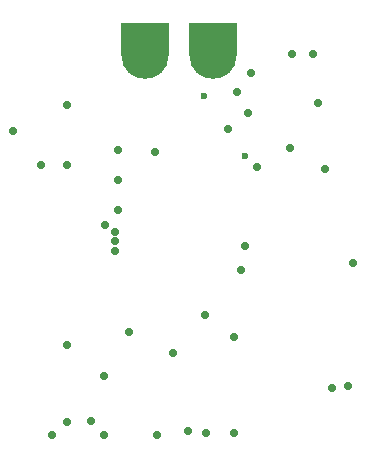
<source format=gbr>
G04 GENERATED BY PULSONIX 12.5 GERBER.DLL 9449*
G04 #@! TF.GenerationSoftware,Pulsonix,Pulsonix,12.5.9449*
G04 #@! TF.CreationDate,2024-02-09T14:33:00--1:00*
G04 #@! TF.Part,Single*
%FSLAX35Y35*%
%LPD*%
%MOMM*%
G04 #@! TF.FileFunction,Copper,L3,Inr*
G04 #@! TF.FilePolarity,Positive*
G04 #@! TA.AperFunction,ViaPad*
%ADD86C,0.70000*%
%ADD87C,0.60000*%
G04 #@! TA.AperFunction,ComponentPad*
%AMT88*0 Bullet Pad at angle 180*1,1,4.00000,0.00000,-1.37500*21,1,4.00000,2.74999,0,0,180*%
%ADD88T88*%
G04 #@! TD.AperFunction*
X0Y0D02*
D02*
D86*
X469500Y3660375D03*
X707625Y3374625D03*
X796996Y1087000D03*
X929875Y1199750D03*
Y1850625D03*
Y3374625D03*
Y3882625D03*
X1130625Y1203865D03*
X1241496Y1087000D03*
X1242581Y1588798D03*
X1247375Y2866625D03*
X1338006Y2647882D03*
Y2727192D03*
Y2805668D03*
X1358500Y2993625D03*
Y3247625D03*
Y3501625D03*
X1453750Y1961750D03*
X1676000Y3485750D03*
X1685996Y1087000D03*
X1829125Y1785500D03*
X1948700Y1118750D03*
X2099000Y2103000D03*
X2104625Y1104500D03*
X2295125Y3676250D03*
X2342750Y1104500D03*
Y1914125D03*
X2368875Y3992125D03*
X2400625Y2484000D03*
X2432375Y2690375D03*
X2464125Y3817500D03*
X2483232Y4153924D03*
X2540500Y3357125D03*
X2813375Y3515875D03*
X2834875Y4311250D03*
X3009500D03*
X3051500Y3896875D03*
X3115000Y3341250D03*
X3168250Y1485500D03*
X3305500Y1499750D03*
X3353125Y2547500D03*
D02*
D87*
X2088750Y3962000D03*
X2432375Y3452375D03*
D02*
D88*
X1591000Y4438001D03*
X2162500D03*
X0Y0D02*
M02*

</source>
